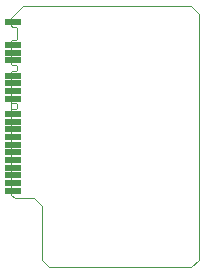
<source format=gbs>
G04 EAGLE Gerber X2 export*
%TF.Part,Single*%
%TF.FileFunction,Other,solder mask bottom*%
%TF.FilePolarity,Positive*%
%TF.GenerationSoftware,Autodesk,EAGLE,9.5.2*%
%TF.CreationDate,2020-03-22T18:50:51Z*%
G75*
%MOMM*%
%FSLAX34Y34*%
%LPD*%
%INsolder mask bottom*%
%AMOC8*
5,1,8,0,0,1.08239X$1,22.5*%
G01*
%ADD10C,0.000000*%
%ADD11R,1.451600X0.551600*%


D10*
X0Y-36000D02*
X3000Y-39000D01*
X19500Y-39000D01*
X26000Y-45500D01*
X26000Y-91000D01*
X32500Y-97500D01*
X152750Y-97500D01*
X159250Y-91000D01*
X159250Y117000D01*
X152750Y123500D01*
X10000Y123500D01*
X0Y113500D01*
X0Y107500D01*
X0Y94000D02*
X0Y75000D01*
X1000Y74000D01*
X4000Y74000D01*
X5000Y73000D01*
X5000Y70000D02*
X4000Y69000D01*
X1000Y69000D01*
X0Y68000D01*
X5000Y70000D02*
X5000Y73000D01*
X0Y68000D02*
X0Y42500D01*
X1000Y41500D01*
X4000Y41500D01*
X5000Y40500D01*
X5000Y37500D02*
X4000Y36500D01*
X1000Y36500D01*
X0Y35500D01*
X5000Y37500D02*
X5000Y40500D01*
X0Y42000D02*
X0Y35500D01*
X0Y-36000D01*
X1000Y106500D02*
X0Y107500D01*
X1000Y106500D02*
X4000Y106500D01*
X5000Y105500D01*
X5000Y96000D01*
X4000Y95000D01*
X1000Y95000D01*
X0Y94000D01*
D11*
X2000Y91000D03*
X2000Y84500D03*
X2000Y78000D03*
X2000Y65000D03*
X2000Y58500D03*
X2000Y52000D03*
X2000Y45500D03*
X2000Y32500D03*
X2000Y26000D03*
X2000Y19500D03*
X2000Y6500D03*
X2000Y0D03*
X2000Y-6500D03*
X2000Y-19500D03*
X2000Y-26000D03*
X2000Y-32500D03*
X2000Y110500D03*
X2000Y13000D03*
X2000Y-13000D03*
M02*

</source>
